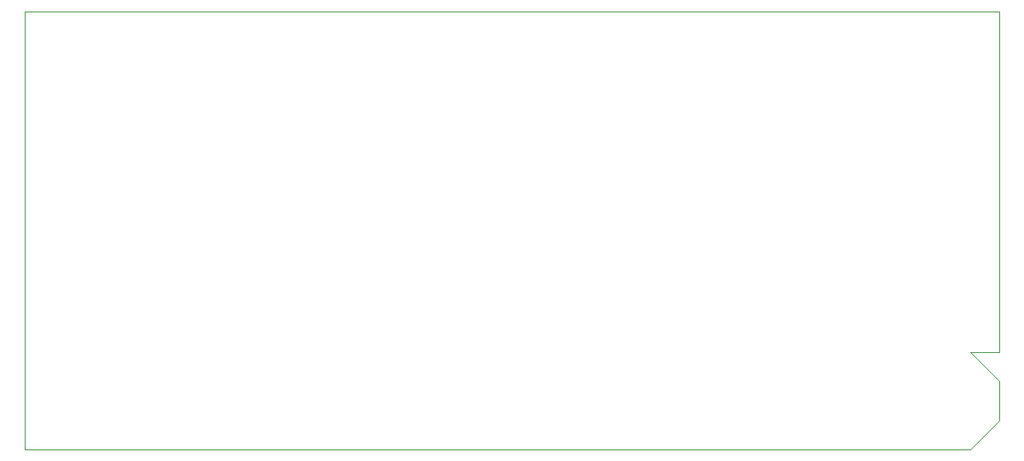
<source format=gm1>
G04 #@! TF.FileFunction,Profile,NP*
%FSLAX46Y46*%
G04 Gerber Fmt 4.6, Leading zero omitted, Abs format (unit mm)*
G04 Created by KiCad (PCBNEW 4.0.2-stable) date 2017/04/14 20:47:14*
%MOMM*%
G01*
G04 APERTURE LIST*
%ADD10C,0.100000*%
G04 APERTURE END LIST*
D10*
X217000000Y-116000000D02*
X214000000Y-116000000D01*
X213750000Y-126000000D02*
X117000000Y-126000000D01*
X217000000Y-119000000D02*
X217000000Y-123000000D01*
X214000000Y-126000000D02*
X213750000Y-126000000D01*
X217000000Y-123000000D02*
X214000000Y-126000000D01*
X217000000Y-119000000D02*
X214000000Y-116000000D01*
X117000000Y-116000000D02*
X117000000Y-126000000D01*
X117000000Y-116000000D02*
X117000000Y-81000000D01*
X217000000Y-81000000D02*
X217000000Y-116000000D01*
X117000000Y-81000000D02*
X217000000Y-81000000D01*
M02*

</source>
